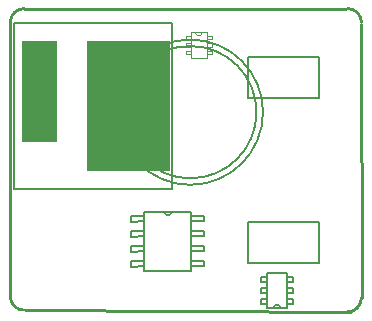
<source format=gm1>
G04*
G04 #@! TF.GenerationSoftware,Altium Limited,Altium Designer,18.0.9 (584)*
G04*
G04 Layer_Color=16711935*
%FSLAX25Y25*%
%MOIN*%
G70*
G01*
G75*
%ADD11C,0.00500*%
%ADD12C,0.00600*%
%ADD14C,0.01000*%
%ADD65C,0.00000*%
G36*
X103378Y156165D02*
Y189654D01*
X115165D01*
Y156165D01*
X103378D01*
D02*
G37*
G36*
X125031Y146291D02*
Y189654D01*
X152657D01*
Y146291D01*
X125031D01*
D02*
G37*
D11*
X183713Y166000D02*
G03*
X183713Y166000I-24213J0D01*
G01*
X181547D02*
G03*
X181547Y166000I-22047J0D01*
G01*
X178820Y170690D02*
X202442D01*
X178820D02*
Y184470D01*
X202442D01*
Y170690D02*
Y184470D01*
X178689Y115610D02*
Y129390D01*
Y115610D02*
X202311D01*
Y129390D01*
X178689D02*
X202311D01*
X153378Y140441D02*
Y195559D01*
X100622D02*
X153378D01*
X100622Y140441D02*
Y195559D01*
Y140441D02*
X153378D01*
D12*
X189600Y100600D02*
G03*
X187200Y100600I-1200J0D01*
G01*
X150800Y132808D02*
G03*
X153200Y132892I1200J42D01*
G01*
X191600Y100600D02*
Y112400D01*
X189600Y100600D02*
X191600D01*
X187200D02*
X189600D01*
X185200D02*
X187200D01*
X185200D02*
Y112400D01*
X191600D01*
X183000Y101900D02*
X185200D01*
X183000D02*
Y103700D01*
X185200D01*
Y101900D02*
Y103700D01*
X183000Y105600D02*
X185200D01*
X183000D02*
Y107400D01*
X185200D01*
Y105600D02*
Y107400D01*
X183000Y109300D02*
X185200D01*
X183000D02*
Y111100D01*
X185200D01*
Y109300D02*
Y111100D01*
X191600D02*
X193800D01*
Y109300D02*
Y111100D01*
X191600Y109300D02*
X193800D01*
X191600D02*
Y111100D01*
Y107400D02*
X193800D01*
Y105600D02*
Y107400D01*
X191600Y105600D02*
X193800D01*
X191600D02*
Y107400D01*
Y103700D02*
X193800D01*
Y101900D02*
Y103700D01*
X191600Y101900D02*
X193800D01*
X191600D02*
Y103700D01*
X144200Y129600D02*
Y131400D01*
X139800D02*
X144200D01*
X139800Y129500D02*
Y131400D01*
Y129500D02*
X144200Y129600D01*
Y124600D02*
Y126400D01*
X139800D02*
X144200D01*
X139800Y124500D02*
Y126400D01*
Y124500D02*
X144200Y124600D01*
Y119600D02*
Y121400D01*
X139800D02*
X144200D01*
X139800Y119500D02*
Y121400D01*
Y119500D02*
X144200Y119600D01*
Y114600D02*
Y116400D01*
X139800D02*
X144200D01*
X139800Y114500D02*
Y116400D01*
Y114500D02*
X144200Y114600D01*
X159800D02*
Y116400D01*
Y114600D02*
X164200D01*
Y116500D01*
X159800Y116400D02*
X164200Y116500D01*
X159800Y119600D02*
Y121400D01*
Y119600D02*
X164200D01*
Y121500D01*
X159800Y121400D02*
X164200Y121500D01*
X159800Y124600D02*
Y126400D01*
Y124600D02*
X164200D01*
Y126500D01*
X159800Y126400D02*
X164200Y126500D01*
X159800Y129600D02*
Y131400D01*
Y129600D02*
X164200D01*
Y131500D01*
X159800Y131400D02*
X164200Y131500D01*
X144200Y113200D02*
X159800D01*
Y132800D01*
X150800D02*
X159800D01*
X144200D02*
X150800D01*
X144200Y113200D02*
Y132800D01*
D14*
X216500Y196000D02*
G03*
X212000Y200500I-4500J0D01*
G01*
X211941Y99441D02*
G03*
X216500Y104000I0J4559D01*
G01*
X99500Y104500D02*
G03*
X104000Y100000I4500J0D01*
G01*
Y200500D02*
G03*
X99500Y196000I0J-4500D01*
G01*
X104000Y200500D02*
X211500D01*
X104500Y100000D02*
X213000Y99500D01*
X216500Y195500D02*
X216559Y104059D01*
X99500Y104500D02*
Y196000D01*
D65*
X161100Y192700D02*
G03*
X163500Y192700I1200J0D01*
G01*
X159600Y184100D02*
X165000D01*
Y185300D01*
Y186400D01*
Y187800D01*
Y189000D01*
Y190400D01*
Y191500D01*
Y192700D01*
X163500D02*
X165000D01*
X161100D02*
X163500D01*
X159600D02*
X161100D01*
X159600Y191500D02*
Y192700D01*
Y190400D02*
Y191500D01*
Y189000D02*
Y190400D01*
Y187800D02*
Y189000D01*
Y186400D02*
Y187800D01*
Y185300D02*
Y186400D01*
Y184100D02*
Y185300D01*
X158000Y191500D02*
X159600D01*
X158000Y190400D02*
Y191500D01*
Y190400D02*
X159600D01*
X158000Y189000D02*
X159600D01*
X158000Y187800D02*
Y189000D01*
Y187800D02*
X159600D01*
X158000Y186400D02*
X159600D01*
X158000Y185300D02*
Y186400D01*
Y185300D02*
X159600D01*
X165000D02*
X166600D01*
Y186400D01*
X165000D02*
X166600D01*
X165000Y187800D02*
X166600D01*
Y189000D01*
X165000D02*
X166600D01*
X165000Y190400D02*
X166600D01*
Y191500D01*
X165000D02*
X166600D01*
M02*

</source>
